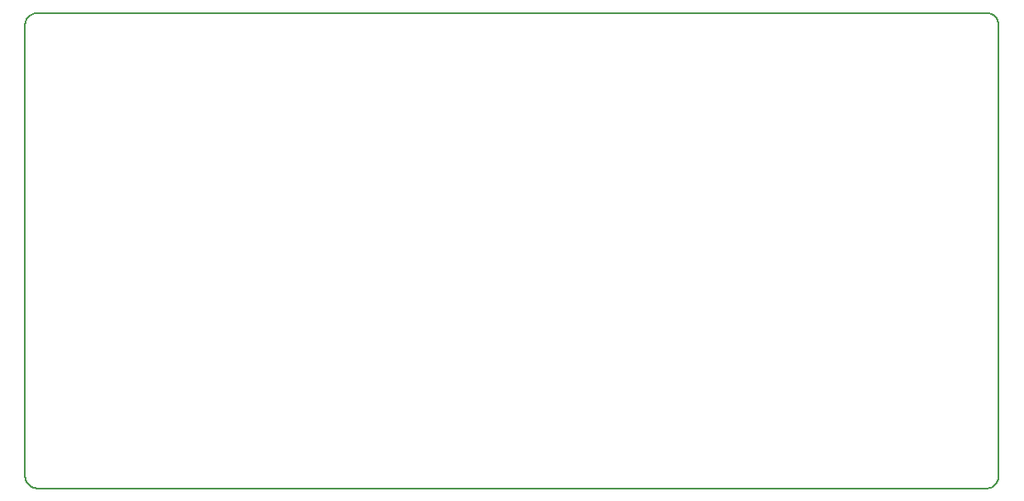
<source format=gbr>
G04 (created by PCBNEW-RS274X (2012-apr-16-27)-stable) date Saturday 07,June,2014 10:26:51 PM SGT*
G01*
G70*
G90*
%MOIN*%
G04 Gerber Fmt 3.4, Leading zero omitted, Abs format*
%FSLAX34Y34*%
G04 APERTURE LIST*
%ADD10C,0.006000*%
G04 APERTURE END LIST*
G54D10*
X78200Y-47470D02*
X78243Y-47468D01*
X78286Y-47462D01*
X78329Y-47452D01*
X78371Y-47439D01*
X78411Y-47423D01*
X78450Y-47403D01*
X78486Y-47379D01*
X78521Y-47353D01*
X78553Y-47323D01*
X78583Y-47291D01*
X78609Y-47256D01*
X78633Y-47219D01*
X78653Y-47181D01*
X78669Y-47141D01*
X78682Y-47099D01*
X78692Y-47056D01*
X78698Y-47013D01*
X78700Y-46970D01*
X39400Y-46970D02*
X39402Y-47013D01*
X39408Y-47056D01*
X39418Y-47099D01*
X39431Y-47141D01*
X39447Y-47181D01*
X39467Y-47219D01*
X39491Y-47256D01*
X39517Y-47291D01*
X39547Y-47323D01*
X39579Y-47353D01*
X39614Y-47379D01*
X39651Y-47403D01*
X39689Y-47423D01*
X39729Y-47439D01*
X39771Y-47452D01*
X39814Y-47462D01*
X39857Y-47468D01*
X39900Y-47470D01*
X39900Y-28270D02*
X39857Y-28272D01*
X39814Y-28278D01*
X39771Y-28288D01*
X39729Y-28301D01*
X39689Y-28317D01*
X39651Y-28337D01*
X39614Y-28361D01*
X39579Y-28387D01*
X39547Y-28417D01*
X39517Y-28449D01*
X39491Y-28484D01*
X39467Y-28521D01*
X39447Y-28559D01*
X39431Y-28599D01*
X39418Y-28641D01*
X39408Y-28684D01*
X39402Y-28727D01*
X39400Y-28770D01*
X78700Y-28770D02*
X78698Y-28727D01*
X78692Y-28684D01*
X78682Y-28641D01*
X78669Y-28599D01*
X78653Y-28559D01*
X78633Y-28521D01*
X78609Y-28484D01*
X78583Y-28449D01*
X78553Y-28417D01*
X78521Y-28387D01*
X78486Y-28361D01*
X78450Y-28337D01*
X78411Y-28317D01*
X78371Y-28301D01*
X78329Y-28288D01*
X78286Y-28278D01*
X78243Y-28272D01*
X78200Y-28270D01*
X39400Y-46970D02*
X39400Y-28770D01*
X78200Y-47470D02*
X39900Y-47470D01*
X78700Y-28770D02*
X78700Y-46970D01*
X39900Y-28270D02*
X78200Y-28270D01*
M02*

</source>
